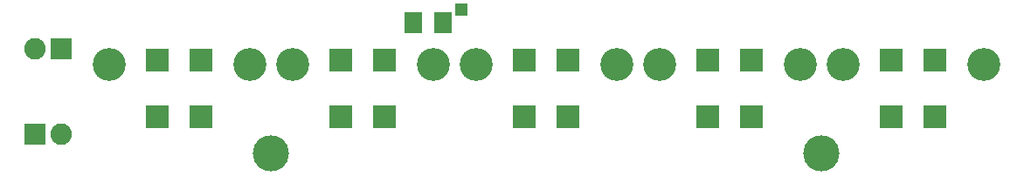
<source format=gts>
G75*
%MOIN*%
%OFA0B0*%
%FSLAX25Y25*%
%IPPOS*%
%LPD*%
%AMOC8*
5,1,8,0,0,1.08239X$1,22.5*
%
%ADD10C,0.13800*%
%ADD11R,0.07099X0.07898*%
%ADD12R,0.08200X0.08200*%
%ADD13C,0.08200*%
%ADD14R,0.09068X0.09068*%
%ADD15C,0.12611*%
%ADD16R,0.04762X0.04762*%
D10*
X0106256Y0038933D03*
X0316256Y0038933D03*
D11*
X0171854Y0088933D03*
X0160657Y0088933D03*
D12*
X0026256Y0078933D03*
X0016256Y0046433D03*
D13*
X0026256Y0046433D03*
X0016256Y0078933D03*
D14*
X0062988Y0074760D03*
X0079524Y0074760D03*
X0132988Y0074760D03*
X0149524Y0074760D03*
X0202988Y0074760D03*
X0219524Y0074760D03*
X0272988Y0074760D03*
X0289524Y0074760D03*
X0342988Y0074760D03*
X0359524Y0074760D03*
X0359524Y0053106D03*
X0342988Y0053106D03*
X0289524Y0053106D03*
X0272988Y0053106D03*
X0219524Y0053106D03*
X0202988Y0053106D03*
X0149524Y0053106D03*
X0132988Y0053106D03*
X0079524Y0053106D03*
X0062988Y0053106D03*
D15*
X0044484Y0072949D03*
X0098028Y0072949D03*
X0114484Y0072949D03*
X0168028Y0072949D03*
X0184484Y0072949D03*
X0238028Y0072949D03*
X0254484Y0072949D03*
X0308028Y0072949D03*
X0324484Y0072949D03*
X0378028Y0072949D03*
D16*
X0178756Y0093933D03*
M02*

</source>
